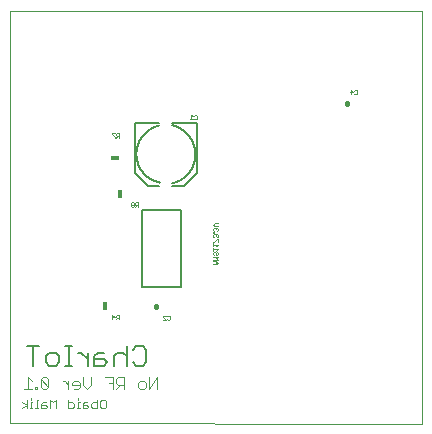
<source format=gbo>
G75*
%MOIN*%
%OFA0B0*%
%FSLAX25Y25*%
%IPPOS*%
%LPD*%
%AMOC8*
5,1,8,0,0,1.08239X$1,22.5*
%
%ADD10C,0.00000*%
%ADD11C,0.00600*%
%ADD12C,0.00300*%
%ADD13C,0.00800*%
%ADD14C,0.00100*%
%ADD15C,0.01500*%
%ADD16R,0.01500X0.03000*%
%ADD17R,0.03000X0.01500*%
D10*
X0010658Y0015028D02*
X0010619Y0152587D01*
X0147942Y0152587D01*
X0147942Y0014871D01*
X0010658Y0015028D01*
D11*
X0018212Y0034194D02*
X0018212Y0040600D01*
X0020347Y0040600D02*
X0016077Y0040600D01*
X0022522Y0037397D02*
X0022522Y0035262D01*
X0023590Y0034194D01*
X0025725Y0034194D01*
X0026793Y0035262D01*
X0026793Y0037397D01*
X0025725Y0038465D01*
X0023590Y0038465D01*
X0022522Y0037397D01*
X0028954Y0034194D02*
X0031090Y0034194D01*
X0030022Y0034194D02*
X0030022Y0040600D01*
X0031090Y0040600D02*
X0028954Y0040600D01*
X0033258Y0038465D02*
X0034326Y0038465D01*
X0036461Y0036330D01*
X0036461Y0038465D02*
X0036461Y0034194D01*
X0038636Y0034194D02*
X0038636Y0037397D01*
X0039704Y0038465D01*
X0041839Y0038465D01*
X0041839Y0036330D02*
X0038636Y0036330D01*
X0038636Y0034194D02*
X0041839Y0034194D01*
X0042906Y0035262D01*
X0041839Y0036330D01*
X0045082Y0037397D02*
X0045082Y0034194D01*
X0045082Y0037397D02*
X0046149Y0038465D01*
X0048284Y0038465D01*
X0049352Y0037397D01*
X0051527Y0035262D02*
X0052595Y0034194D01*
X0054730Y0034194D01*
X0055797Y0035262D01*
X0055797Y0039532D01*
X0054730Y0040600D01*
X0052595Y0040600D01*
X0051527Y0039532D01*
X0049352Y0040600D02*
X0049352Y0034194D01*
D12*
X0048428Y0030275D02*
X0046576Y0030275D01*
X0045959Y0029658D01*
X0045959Y0028424D01*
X0046576Y0027806D01*
X0048428Y0027806D01*
X0048428Y0026572D02*
X0048428Y0030275D01*
X0047193Y0027806D02*
X0045959Y0026572D01*
X0044744Y0026572D02*
X0044744Y0030275D01*
X0042276Y0030275D01*
X0043510Y0028424D02*
X0044744Y0028424D01*
X0042069Y0022912D02*
X0041102Y0022912D01*
X0040618Y0022429D01*
X0040618Y0020494D01*
X0041102Y0020010D01*
X0042069Y0020010D01*
X0042553Y0020494D01*
X0042553Y0022429D01*
X0042069Y0022912D01*
X0039607Y0022912D02*
X0039607Y0020010D01*
X0038155Y0020010D01*
X0037672Y0020494D01*
X0037672Y0021461D01*
X0038155Y0021945D01*
X0039607Y0021945D01*
X0036660Y0020494D02*
X0036176Y0020010D01*
X0034725Y0020010D01*
X0034725Y0021461D01*
X0035209Y0021945D01*
X0036176Y0021945D01*
X0036176Y0020977D02*
X0034725Y0020977D01*
X0033714Y0020010D02*
X0032746Y0020010D01*
X0033230Y0020010D02*
X0033230Y0021945D01*
X0033714Y0021945D01*
X0033230Y0022912D02*
X0033230Y0023396D01*
X0031749Y0021461D02*
X0031266Y0021945D01*
X0029814Y0021945D01*
X0029814Y0022912D02*
X0029814Y0020010D01*
X0031266Y0020010D01*
X0031749Y0020494D01*
X0031749Y0021461D01*
X0036176Y0020977D02*
X0036660Y0020494D01*
X0036144Y0026572D02*
X0034909Y0027806D01*
X0034909Y0030275D01*
X0033078Y0029041D02*
X0031843Y0029041D01*
X0031226Y0028424D01*
X0031226Y0027806D01*
X0033695Y0027806D01*
X0033695Y0027189D02*
X0033695Y0028424D01*
X0033078Y0029041D01*
X0033695Y0027189D02*
X0033078Y0026572D01*
X0031843Y0026572D01*
X0030012Y0026572D02*
X0030012Y0029041D01*
X0028778Y0029041D02*
X0028160Y0029041D01*
X0028778Y0029041D02*
X0030012Y0027806D01*
X0025856Y0022912D02*
X0024889Y0021945D01*
X0023921Y0022912D01*
X0023921Y0020010D01*
X0022910Y0020494D02*
X0022426Y0020977D01*
X0020975Y0020977D01*
X0020975Y0021461D02*
X0020975Y0020010D01*
X0022426Y0020010D01*
X0022910Y0020494D01*
X0022426Y0021945D02*
X0021459Y0021945D01*
X0020975Y0021461D01*
X0019963Y0020010D02*
X0018996Y0020010D01*
X0019480Y0020010D02*
X0019480Y0022912D01*
X0019963Y0022912D01*
X0017999Y0021945D02*
X0017515Y0021945D01*
X0017515Y0020010D01*
X0017999Y0020010D02*
X0017031Y0020010D01*
X0016035Y0020010D02*
X0016035Y0022912D01*
X0017515Y0022912D02*
X0017515Y0023396D01*
X0016035Y0020977D02*
X0014583Y0021945D01*
X0016035Y0020977D02*
X0014583Y0020010D01*
X0015266Y0026572D02*
X0017735Y0026572D01*
X0018959Y0026572D02*
X0018959Y0027189D01*
X0019576Y0027189D01*
X0019576Y0026572D01*
X0018959Y0026572D01*
X0020791Y0027189D02*
X0021408Y0026572D01*
X0022642Y0026572D01*
X0023259Y0027189D01*
X0020791Y0029658D01*
X0020791Y0027189D01*
X0023259Y0027189D02*
X0023259Y0029658D01*
X0022642Y0030275D01*
X0021408Y0030275D01*
X0020791Y0029658D01*
X0017735Y0029041D02*
X0016500Y0030275D01*
X0016500Y0026572D01*
X0025856Y0022912D02*
X0025856Y0020010D01*
X0036144Y0026572D02*
X0037378Y0027806D01*
X0037378Y0030275D01*
X0053325Y0028424D02*
X0053942Y0029041D01*
X0055177Y0029041D01*
X0055794Y0028424D01*
X0055794Y0027189D01*
X0055177Y0026572D01*
X0053942Y0026572D01*
X0053325Y0027189D01*
X0053325Y0028424D01*
X0057008Y0030275D02*
X0057008Y0026572D01*
X0059477Y0030275D01*
X0059477Y0026572D01*
D13*
X0054434Y0060357D02*
X0067434Y0060357D01*
X0067434Y0086157D01*
X0054434Y0086157D01*
X0054434Y0060357D01*
X0056406Y0094241D02*
X0060343Y0094241D01*
X0056406Y0094241D02*
X0052076Y0098572D01*
X0052076Y0115107D01*
X0060343Y0115107D01*
X0064674Y0115107D02*
X0072942Y0115107D01*
X0072942Y0098572D01*
X0068611Y0094241D01*
X0064477Y0094241D01*
X0064477Y0095028D02*
X0064711Y0095082D01*
X0064945Y0095140D01*
X0065176Y0095205D01*
X0065406Y0095275D01*
X0065634Y0095351D01*
X0065861Y0095432D01*
X0066085Y0095518D01*
X0066307Y0095611D01*
X0066527Y0095708D01*
X0066744Y0095811D01*
X0066959Y0095919D01*
X0067171Y0096032D01*
X0067381Y0096151D01*
X0067587Y0096274D01*
X0067790Y0096402D01*
X0067990Y0096536D01*
X0068187Y0096674D01*
X0068381Y0096817D01*
X0068571Y0096964D01*
X0068757Y0097116D01*
X0068939Y0097273D01*
X0069118Y0097434D01*
X0069292Y0097599D01*
X0069463Y0097769D01*
X0069629Y0097942D01*
X0069792Y0098120D01*
X0069949Y0098301D01*
X0070103Y0098487D01*
X0070251Y0098676D01*
X0070395Y0098868D01*
X0070535Y0099064D01*
X0070669Y0099263D01*
X0070799Y0099466D01*
X0070924Y0099671D01*
X0071044Y0099880D01*
X0071158Y0100091D01*
X0071268Y0100305D01*
X0071372Y0100522D01*
X0071471Y0100741D01*
X0071564Y0100963D01*
X0071652Y0101187D01*
X0071735Y0101412D01*
X0071812Y0101640D01*
X0071883Y0101870D01*
X0071949Y0102101D01*
X0072010Y0102334D01*
X0072064Y0102568D01*
X0072113Y0102803D01*
X0072156Y0103040D01*
X0072194Y0103277D01*
X0072225Y0103516D01*
X0072251Y0103755D01*
X0072271Y0103995D01*
X0072285Y0104235D01*
X0072294Y0104475D01*
X0072296Y0104715D01*
X0072293Y0104956D01*
X0072283Y0105196D01*
X0072268Y0105436D01*
X0072247Y0105676D01*
X0072221Y0105915D01*
X0072188Y0106153D01*
X0072150Y0106390D01*
X0072106Y0106627D01*
X0072056Y0106862D01*
X0072000Y0107096D01*
X0071939Y0107328D01*
X0071872Y0107559D01*
X0071800Y0107789D01*
X0071722Y0108016D01*
X0071638Y0108242D01*
X0071549Y0108465D01*
X0071455Y0108686D01*
X0071355Y0108905D01*
X0071250Y0109121D01*
X0071140Y0109335D01*
X0071025Y0109546D01*
X0070904Y0109754D01*
X0070779Y0109959D01*
X0070648Y0110161D01*
X0070513Y0110360D01*
X0070373Y0110555D01*
X0070228Y0110747D01*
X0070078Y0110935D01*
X0069924Y0111120D01*
X0069766Y0111301D01*
X0069603Y0111478D01*
X0069436Y0111651D01*
X0069265Y0111820D01*
X0069089Y0111984D01*
X0068910Y0112145D01*
X0068727Y0112300D01*
X0068540Y0112452D01*
X0068350Y0112599D01*
X0068156Y0112741D01*
X0067958Y0112878D01*
X0067758Y0113011D01*
X0067554Y0113138D01*
X0067347Y0113261D01*
X0067137Y0113378D01*
X0066925Y0113491D01*
X0066710Y0113598D01*
X0066492Y0113700D01*
X0066272Y0113797D01*
X0066049Y0113888D01*
X0065824Y0113974D01*
X0065598Y0114054D01*
X0065369Y0114129D01*
X0065139Y0114198D01*
X0064907Y0114261D01*
X0064674Y0114319D01*
X0060343Y0114320D02*
X0060111Y0114267D01*
X0059880Y0114208D01*
X0059651Y0114144D01*
X0059424Y0114073D01*
X0059198Y0113998D01*
X0058974Y0113917D01*
X0058752Y0113830D01*
X0058533Y0113738D01*
X0058316Y0113641D01*
X0058101Y0113538D01*
X0057889Y0113430D01*
X0057679Y0113317D01*
X0057472Y0113199D01*
X0057269Y0113076D01*
X0057068Y0112948D01*
X0056870Y0112815D01*
X0056676Y0112678D01*
X0056485Y0112535D01*
X0056298Y0112388D01*
X0056114Y0112237D01*
X0055935Y0112081D01*
X0055759Y0111921D01*
X0055587Y0111756D01*
X0055419Y0111587D01*
X0055255Y0111415D01*
X0055095Y0111238D01*
X0054940Y0111057D01*
X0054789Y0110873D01*
X0054643Y0110685D01*
X0054502Y0110494D01*
X0054365Y0110299D01*
X0054233Y0110101D01*
X0054106Y0109900D01*
X0053983Y0109695D01*
X0053866Y0109488D01*
X0053754Y0109278D01*
X0053647Y0109065D01*
X0053545Y0108850D01*
X0053449Y0108633D01*
X0053358Y0108413D01*
X0053272Y0108191D01*
X0053192Y0107966D01*
X0053117Y0107740D01*
X0053048Y0107513D01*
X0052984Y0107283D01*
X0052926Y0107052D01*
X0052874Y0106820D01*
X0052827Y0106587D01*
X0052786Y0106352D01*
X0052751Y0106117D01*
X0052722Y0105881D01*
X0052698Y0105644D01*
X0052680Y0105406D01*
X0052668Y0105169D01*
X0052662Y0104931D01*
X0052662Y0104693D01*
X0052667Y0104455D01*
X0052678Y0104217D01*
X0052695Y0103979D01*
X0052718Y0103742D01*
X0052746Y0103506D01*
X0052781Y0103270D01*
X0052821Y0103036D01*
X0052866Y0102802D01*
X0052918Y0102570D01*
X0052975Y0102339D01*
X0053038Y0102109D01*
X0053106Y0101881D01*
X0053180Y0101655D01*
X0053259Y0101430D01*
X0053344Y0101208D01*
X0053434Y0100987D01*
X0053530Y0100769D01*
X0053631Y0100554D01*
X0053737Y0100341D01*
X0053848Y0100130D01*
X0053965Y0099923D01*
X0054086Y0099718D01*
X0054213Y0099516D01*
X0054344Y0099318D01*
X0054480Y0099122D01*
X0054621Y0098930D01*
X0054766Y0098742D01*
X0054916Y0098557D01*
X0055071Y0098376D01*
X0055230Y0098199D01*
X0055393Y0098025D01*
X0055560Y0097856D01*
X0055732Y0097691D01*
X0055907Y0097530D01*
X0056086Y0097373D01*
X0056269Y0097221D01*
X0056456Y0097073D01*
X0056646Y0096930D01*
X0056840Y0096792D01*
X0057037Y0096658D01*
X0057237Y0096530D01*
X0057440Y0096406D01*
X0057647Y0096287D01*
X0057856Y0096173D01*
X0058068Y0096064D01*
X0058282Y0095961D01*
X0058499Y0095863D01*
X0058718Y0095770D01*
X0058940Y0095683D01*
X0059163Y0095601D01*
X0059388Y0095524D01*
X0059616Y0095453D01*
X0059845Y0095388D01*
X0060075Y0095328D01*
X0060307Y0095274D01*
X0060540Y0095225D01*
D14*
X0053242Y0088635D02*
X0053242Y0087133D01*
X0053242Y0087634D02*
X0052491Y0087634D01*
X0052241Y0087884D01*
X0052241Y0088385D01*
X0052491Y0088635D01*
X0053242Y0088635D01*
X0052742Y0087634D02*
X0052241Y0087133D01*
X0051769Y0087384D02*
X0051769Y0087634D01*
X0051519Y0087884D01*
X0051018Y0087884D01*
X0050768Y0087634D01*
X0050768Y0087384D01*
X0051018Y0087133D01*
X0051519Y0087133D01*
X0051769Y0087384D01*
X0051519Y0087884D02*
X0051769Y0088134D01*
X0051769Y0088385D01*
X0051519Y0088635D01*
X0051018Y0088635D01*
X0050768Y0088385D01*
X0050768Y0088134D01*
X0051018Y0087884D01*
X0046826Y0110242D02*
X0046826Y0111743D01*
X0046076Y0111743D01*
X0045826Y0111493D01*
X0045826Y0110993D01*
X0046076Y0110743D01*
X0046826Y0110743D01*
X0046326Y0110743D02*
X0045826Y0110242D01*
X0045353Y0110242D02*
X0045353Y0110492D01*
X0044352Y0111493D01*
X0044352Y0111743D01*
X0045353Y0111743D01*
X0070418Y0116299D02*
X0071418Y0116299D01*
X0070918Y0116299D02*
X0070918Y0117800D01*
X0071418Y0117300D01*
X0071891Y0117550D02*
X0072141Y0117800D01*
X0072642Y0117800D01*
X0072892Y0117550D01*
X0072892Y0116549D01*
X0072642Y0116299D01*
X0072141Y0116299D01*
X0071891Y0116549D01*
X0078841Y0081612D02*
X0079841Y0081612D01*
X0078841Y0081612D02*
X0078340Y0081111D01*
X0078841Y0080611D01*
X0079841Y0080611D01*
X0079591Y0080138D02*
X0079341Y0080138D01*
X0079091Y0079888D01*
X0078841Y0080138D01*
X0078590Y0080138D01*
X0078340Y0079888D01*
X0078340Y0079388D01*
X0078590Y0079138D01*
X0078590Y0078651D02*
X0078340Y0078651D01*
X0078340Y0078401D01*
X0078590Y0078401D01*
X0078590Y0078651D01*
X0078590Y0077929D02*
X0078340Y0077678D01*
X0078340Y0077178D01*
X0078590Y0076928D01*
X0079091Y0077428D02*
X0079091Y0077678D01*
X0078841Y0077929D01*
X0078590Y0077929D01*
X0079091Y0077678D02*
X0079341Y0077929D01*
X0079591Y0077929D01*
X0079841Y0077678D01*
X0079841Y0077178D01*
X0079591Y0076928D01*
X0079591Y0076455D02*
X0078590Y0075454D01*
X0078340Y0075454D01*
X0078340Y0074982D02*
X0078340Y0073981D01*
X0078340Y0073509D02*
X0078340Y0072508D01*
X0078340Y0073008D02*
X0079841Y0073008D01*
X0079341Y0072508D01*
X0079591Y0072036D02*
X0079841Y0071785D01*
X0079841Y0071285D01*
X0079591Y0071035D01*
X0079341Y0071035D01*
X0079091Y0071285D01*
X0079091Y0071785D01*
X0078841Y0072036D01*
X0078590Y0072036D01*
X0078340Y0071785D01*
X0078340Y0071285D01*
X0078590Y0071035D01*
X0078340Y0070562D02*
X0079841Y0070562D01*
X0079341Y0070062D01*
X0079841Y0069561D01*
X0078340Y0069561D01*
X0078340Y0069089D02*
X0079341Y0069089D01*
X0079841Y0068589D01*
X0079341Y0068088D01*
X0078340Y0068088D01*
X0079091Y0068088D02*
X0079091Y0069089D01*
X0079341Y0073981D02*
X0079841Y0074482D01*
X0078340Y0074482D01*
X0079841Y0075454D02*
X0079841Y0076455D01*
X0079591Y0076455D01*
X0079591Y0079138D02*
X0079841Y0079388D01*
X0079841Y0079888D01*
X0079591Y0080138D01*
X0079091Y0079888D02*
X0079091Y0079638D01*
X0063622Y0050918D02*
X0063872Y0050668D01*
X0063872Y0049667D01*
X0063622Y0049417D01*
X0063121Y0049417D01*
X0062871Y0049667D01*
X0062399Y0049417D02*
X0061398Y0050418D01*
X0061398Y0050668D01*
X0061648Y0050918D01*
X0062149Y0050918D01*
X0062399Y0050668D01*
X0062871Y0050668D02*
X0063121Y0050918D01*
X0063622Y0050918D01*
X0062399Y0049417D02*
X0061398Y0049417D01*
X0046826Y0049612D02*
X0046826Y0051113D01*
X0046076Y0051113D01*
X0045826Y0050863D01*
X0045826Y0050363D01*
X0046076Y0050113D01*
X0046826Y0050113D01*
X0046326Y0050113D02*
X0045826Y0049612D01*
X0045353Y0050363D02*
X0044352Y0050363D01*
X0044603Y0051113D02*
X0045353Y0050363D01*
X0044603Y0051113D02*
X0044603Y0049612D01*
X0124089Y0124614D02*
X0124089Y0126115D01*
X0124840Y0125364D01*
X0123839Y0125364D01*
X0125312Y0124864D02*
X0125562Y0124614D01*
X0126063Y0124614D01*
X0126313Y0124864D01*
X0126313Y0125865D01*
X0126063Y0126115D01*
X0125562Y0126115D01*
X0125312Y0125865D01*
D15*
X0122863Y0121674D02*
X0122863Y0121454D01*
X0059241Y0053957D02*
X0059241Y0053737D01*
D16*
X0042312Y0054162D03*
X0047036Y0091564D03*
D17*
X0045461Y0103375D03*
M02*

</source>
